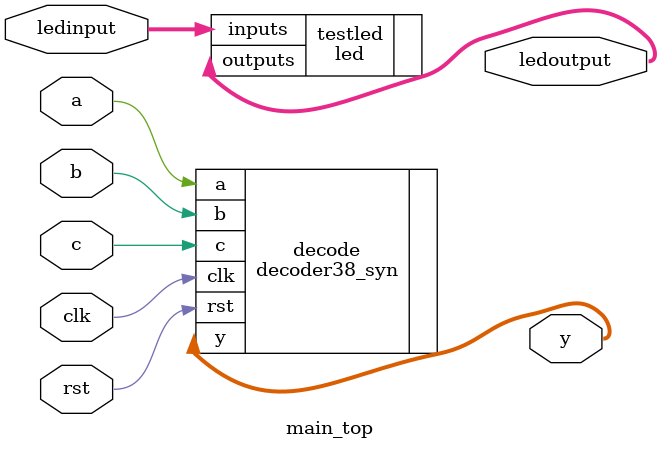
<source format=v>
`timescale 1ns / 1ps


module main_top(
input clk,
input rst,
input a,
input b,
input c,
input  [7:0]ledinput,
output [7:0]ledoutput,
output [7:0]y
    );

led testled(
    .inputs(ledinput),
    .outputs(ledoutput)
);
    
decoder38_syn decode(
    .a(a),
    .b(b),
    .c(c),
    .clk(clk),
    .rst(rst),
    .y(y)
);
endmodule



</source>
